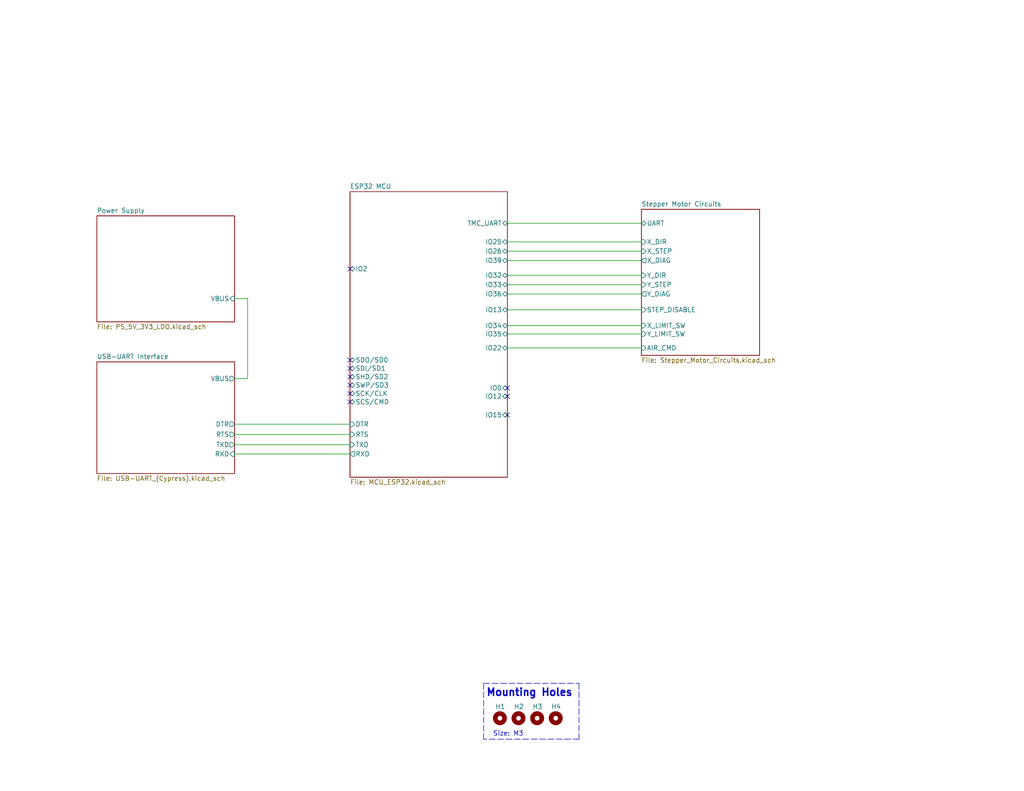
<source format=kicad_sch>
(kicad_sch (version 20211123) (generator eeschema)
  (paper "USLetter")
  (title_block (title "ESP32 Laser Engraver") (date "2023-03-28") (rev "1.0"))
  (lib_symbols
    (symbol "Mechanical:MountingHole" (pin_names (offset 1.016))
      (property "Reference" "H" (at 0 5.08 0))
      (property "Value" "MountingHole" (at 0 3.175 0))
      (symbol "MountingHole_0_1"
        (circle (center 0 0) (radius 1.27) (stroke (width 1.27)))
      )
    )
  )
  (no_connect (at 95.504 105.156))
  (no_connect (at 95.504 109.728))
  (no_connect (at 95.504 107.442))
  (no_connect (at 95.504 102.87))
  (no_connect (at 95.504 98.298))
  (no_connect (at 138.43 108.204))
  (no_connect (at 138.43 113.284))
  (no_connect (at 138.43 105.918))
  (no_connect (at 95.504 73.406))
  (no_connect (at 95.504 100.584))
  (wire (pts (xy 138.43 88.9) (xy 175.006 88.9)))
  (wire (pts (xy 138.43 60.96) (xy 175.006 60.96)))
  (polyline (pts (xy 157.988 201.803) (xy 131.953 201.803)))
  (wire (pts (xy 64.008 103.378) (xy 67.564 103.378)))
  (wire (pts (xy 138.43 66.04) (xy 175.006 66.04)))
  (wire (pts (xy 64.008 123.952) (xy 95.504 123.952)))
  (wire (pts (xy 138.43 91.186) (xy 175.006 91.186)))
  (wire (pts (xy 138.43 75.184) (xy 175.006 75.184)))
  (wire (pts (xy 138.43 94.996) (xy 175.006 94.996)))
  (wire (pts (xy 67.564 103.378) (xy 67.564 81.534)))
  (polyline (pts (xy 131.953 186.563) (xy 131.953 201.803)))
  (polyline (pts (xy 157.988 186.563) (xy 157.988 201.803)))
  (wire (pts (xy 64.008 121.412) (xy 95.504 121.412)))
  (wire (pts (xy 64.008 115.824) (xy 95.504 115.824)))
  (wire (pts (xy 138.43 80.264) (xy 175.006 80.264)))
  (polyline (pts (xy 131.953 186.563) (xy 157.988 186.563)))
  (wire (pts (xy 138.43 84.582) (xy 175.006 84.582)))
  (wire (pts (xy 138.43 71.12) (xy 175.006 71.12)))
  (wire (pts (xy 67.564 81.534) (xy 64.008 81.534)))
  (wire (pts (xy 138.43 77.724) (xy 175.006 77.724)))
  (wire (pts (xy 138.43 68.58) (xy 175.006 68.58)))
  (wire (pts (xy 64.008 118.618) (xy 95.504 118.618)))
  (text "Mounting Holes\n" (at 132.588 190.373 0) (effects (font (size 2 2) (thickness 0.4) bold) (justify left bottom)))
  (text "Size: M3" (at 134.493 201.168 0) (effects (font (size 1.27 1.27)) (justify left bottom)))
  (symbol (lib_id "Mechanical:MountingHole") (at 141.478 196.088 0) (unit 1)
    (property "Reference" "H2" (at 140.208 192.913 0) (effects (justify left)))
    (property "Value" "MountingHole" (effects hide))
    (property "Footprint" "MountingHole:MountingHole_3.2mm_M3" (effects hide))
  )
  (symbol (lib_id "Mechanical:MountingHole") (at 136.398 196.088 0) (unit 1)
    (property "Reference" "H1" (at 135.128 192.913 0) (effects (justify left)))
    (property "Value" "MountingHole" (effects hide))
    (property "Footprint" "MountingHole:MountingHole_3.2mm_M3" (effects hide))
  )
  (symbol (lib_id "Mechanical:MountingHole") (at 146.558 196.088 0) (unit 1)
    (property "Reference" "H3" (at 145.288 192.913 0) (effects (justify left)))
    (property "Value" "MountingHole" (effects hide))
    (property "Footprint" "MountingHole:MountingHole_3.2mm_M3" (effects hide))
  )
  (symbol (lib_id "Mechanical:MountingHole") (at 151.638 196.088 0) (unit 1)
    (property "Reference" "H4" (at 150.368 192.913 0) (effects (justify left)))
    (property "Value" "MountingHole" (effects hide))
    (property "Footprint" "MountingHole:MountingHole_3.2mm_M3" (effects hide))
  )
  (sheet (at 95.504 52.324) (size 42.926 77.978) (stroke (width 0.1524))
    (property "Sheet name" "ESP32 MCU" (at 95.504 51.6124 0) (effects (justify left bottom)))
    (property "Sheet file" "MCU_ESP32.kicad_sch" (at 95.504 130.8866 0) (effects (justify left top)))
    (pin "DTR" input (at 95.504 115.824 180))
    (pin "RTS" input (at 95.504 118.618 180))
    (pin "RXD" output (at 95.504 123.952 180))
    (pin "TXD" input (at 95.504 121.412 180))
    (pin "IO2" bidirectional (at 95.504 73.406 180))
    (pin "IO0" bidirectional (at 138.43 105.918 0))
    (pin "IO25" bidirectional (at 138.43 66.04 0))
    (pin "IO22" bidirectional (at 138.43 94.996 0))
    (pin "IO26" bidirectional (at 138.43 68.58 0))
    (pin "SCK{slash}CLK" bidirectional (at 95.504 107.442 180))
    (pin "SHD{slash}SD2" bidirectional (at 95.504 102.87 180))
    (pin "SDI{slash}SD1" bidirectional (at 95.504 100.584 180))
    (pin "SDO{slash}SD0" bidirectional (at 95.504 98.298 180))
    (pin "SWP{slash}SD3" bidirectional (at 95.504 105.156 180))
    (pin "SCS{slash}CMD" bidirectional (at 95.504 109.728 180))
    (pin "IO34" bidirectional (at 138.43 88.9 0))
    (pin "IO32" bidirectional (at 138.43 75.184 0))
    (pin "IO33" bidirectional (at 138.43 77.724 0))
    (pin "IO35" bidirectional (at 138.43 91.186 0))
    (pin "IO12" bidirectional (at 138.43 108.204 0))
    (pin "IO13" bidirectional (at 138.43 84.582 0))
    (pin "IO15" bidirectional (at 138.43 113.284 0))
    (pin "TMC_UART" bidirectional (at 138.43 60.96 0))
    (pin "IO36" bidirectional (at 138.43 80.264 0))
    (pin "IO39" bidirectional (at 138.43 71.12 0))
  )
  (sheet (at 175.006 57.15) (size 32.258 39.878) (stroke (width 0.1524))
    (property "Sheet name" "Stepper Motor Circuits" (at 175.006 56.4384 0) (effects (justify left bottom)))
    (property "Sheet file" "Stepper_Motor_Circuits.kicad_sch" (at 175.006 97.6126 0) (effects (justify left top)))
    (pin "UART" bidirectional (at 175.006 60.96 180))
    (pin "X_DIAG" output (at 175.006 71.12 180))
    (pin "X_STEP" input (at 175.006 68.58 180))
    (pin "X_DIR" input (at 175.006 66.04 180))
    (pin "Y_DIAG" output (at 175.006 80.264 180))
    (pin "Y_STEP" input (at 175.006 77.724 180))
    (pin "Y_DIR" input (at 175.006 75.184 180))
    (pin "X_LIMIT_SW" input (at 175.006 88.9 180))
    (pin "Y_LIMIT_SW" input (at 175.006 91.186 180))
    (pin "STEP_DISABLE" input (at 175.006 84.582 180))
    (pin "AIR_CMD" input (at 175.006 94.996 180))
  )
  (sheet (at 26.416 98.806) (size 37.592 30.48) (stroke (width 0.1524))
    (property "Sheet name" "USB-UART Interface" (at 26.416 98.0944 0) (effects (justify left bottom)))
    (property "Sheet file" "USB-UART_(Cypress).kicad_sch" (at 26.416 129.8706 0) (effects (justify left top)))
    (pin "DTR" output (at 64.008 115.824 0))
    (pin "RTS" output (at 64.008 118.618 0))
    (pin "TXD" output (at 64.008 121.412 0))
    (pin "RXD" input (at 64.008 123.952 0))
    (pin "VBUS" output (at 64.008 103.378 0))
  )
  (sheet (at 26.416 58.928) (size 37.592 28.956) (stroke (width 0.1524))
    (property "Sheet name" "Power Supply" (at 26.416 58.2164 0) (effects (justify left bottom)))
    (property "Sheet file" "PS_5V_3V3_LDO.kicad_sch" (at 26.416 88.4686 0) (effects (justify left top)))
    (pin "VBUS" input (at 64.008 81.534 0))
  )
)
</source>
